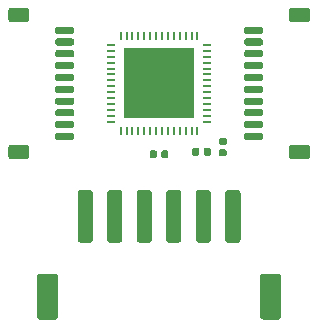
<source format=gbr>
G04 #@! TF.GenerationSoftware,KiCad,Pcbnew,5.1.5-52549c5~84~ubuntu18.04.1*
G04 #@! TF.CreationDate,2020-03-28T18:13:44-07:00*
G04 #@! TF.ProjectId,somos_wristband_2.0,736f6d6f-735f-4777-9269-737462616e64,rev?*
G04 #@! TF.SameCoordinates,Original*
G04 #@! TF.FileFunction,Paste,Top*
G04 #@! TF.FilePolarity,Positive*
%FSLAX46Y46*%
G04 Gerber Fmt 4.6, Leading zero omitted, Abs format (unit mm)*
G04 Created by KiCad (PCBNEW 5.1.5-52549c5~84~ubuntu18.04.1) date 2020-03-28 18:13:44*
%MOMM*%
%LPD*%
G04 APERTURE LIST*
%ADD10R,5.900000X5.900000*%
%ADD11R,0.800000X0.150000*%
%ADD12R,0.150000X0.800000*%
%ADD13C,0.100000*%
G04 APERTURE END LIST*
D10*
X150000000Y-109000000D03*
D11*
X154050000Y-105750000D03*
X154050000Y-106250000D03*
X154050000Y-106750000D03*
X154050000Y-107250000D03*
X154050000Y-107750000D03*
X154050000Y-108250000D03*
X154050000Y-108750000D03*
X154050000Y-109250000D03*
X154050000Y-109750000D03*
X154050000Y-110250000D03*
X154050000Y-110750000D03*
X154050000Y-111250000D03*
X154050000Y-111750000D03*
X154050000Y-112250000D03*
X145950000Y-112250000D03*
X145950000Y-111750000D03*
X145950000Y-111250000D03*
X145950000Y-110750000D03*
X145950000Y-110250000D03*
X145950000Y-109750000D03*
X145950000Y-109250000D03*
X145950000Y-108750000D03*
X145950000Y-108250000D03*
X145950000Y-107750000D03*
X145950000Y-107250000D03*
X145950000Y-106750000D03*
X145950000Y-106250000D03*
X145950000Y-105750000D03*
D12*
X153250000Y-113050000D03*
X152750000Y-113050000D03*
X152250000Y-113050000D03*
X151750000Y-113050000D03*
X151250000Y-113050000D03*
X150750000Y-113050000D03*
X150250000Y-113050000D03*
X149750000Y-113050000D03*
X149250000Y-113050000D03*
X148750000Y-113050000D03*
X148250000Y-113050000D03*
X147750000Y-113050000D03*
X147250000Y-113050000D03*
X146750000Y-113050000D03*
X146750000Y-104950000D03*
X147250000Y-104950000D03*
X147750000Y-104950000D03*
X148250000Y-104950000D03*
X148750000Y-104950000D03*
X149250000Y-104950000D03*
X149750000Y-104950000D03*
X150250000Y-104950000D03*
X150750000Y-104950000D03*
X151250000Y-104950000D03*
X151750000Y-104950000D03*
X152250000Y-104950000D03*
X152750000Y-104950000D03*
X153250000Y-104950000D03*
D13*
G36*
X138799505Y-114201204D02*
G01*
X138823773Y-114204804D01*
X138847572Y-114210765D01*
X138870671Y-114219030D01*
X138892850Y-114229520D01*
X138913893Y-114242132D01*
X138933599Y-114256747D01*
X138951777Y-114273223D01*
X138968253Y-114291401D01*
X138982868Y-114311107D01*
X138995480Y-114332150D01*
X139005970Y-114354329D01*
X139014235Y-114377428D01*
X139020196Y-114401227D01*
X139023796Y-114425495D01*
X139025000Y-114449999D01*
X139025000Y-115150001D01*
X139023796Y-115174505D01*
X139020196Y-115198773D01*
X139014235Y-115222572D01*
X139005970Y-115245671D01*
X138995480Y-115267850D01*
X138982868Y-115288893D01*
X138968253Y-115308599D01*
X138951777Y-115326777D01*
X138933599Y-115343253D01*
X138913893Y-115357868D01*
X138892850Y-115370480D01*
X138870671Y-115380970D01*
X138847572Y-115389235D01*
X138823773Y-115395196D01*
X138799505Y-115398796D01*
X138775001Y-115400000D01*
X137474999Y-115400000D01*
X137450495Y-115398796D01*
X137426227Y-115395196D01*
X137402428Y-115389235D01*
X137379329Y-115380970D01*
X137357150Y-115370480D01*
X137336107Y-115357868D01*
X137316401Y-115343253D01*
X137298223Y-115326777D01*
X137281747Y-115308599D01*
X137267132Y-115288893D01*
X137254520Y-115267850D01*
X137244030Y-115245671D01*
X137235765Y-115222572D01*
X137229804Y-115198773D01*
X137226204Y-115174505D01*
X137225000Y-115150001D01*
X137225000Y-114449999D01*
X137226204Y-114425495D01*
X137229804Y-114401227D01*
X137235765Y-114377428D01*
X137244030Y-114354329D01*
X137254520Y-114332150D01*
X137267132Y-114311107D01*
X137281747Y-114291401D01*
X137298223Y-114273223D01*
X137316401Y-114256747D01*
X137336107Y-114242132D01*
X137357150Y-114229520D01*
X137379329Y-114219030D01*
X137402428Y-114210765D01*
X137426227Y-114204804D01*
X137450495Y-114201204D01*
X137474999Y-114200000D01*
X138775001Y-114200000D01*
X138799505Y-114201204D01*
G37*
G36*
X138799505Y-102601204D02*
G01*
X138823773Y-102604804D01*
X138847572Y-102610765D01*
X138870671Y-102619030D01*
X138892850Y-102629520D01*
X138913893Y-102642132D01*
X138933599Y-102656747D01*
X138951777Y-102673223D01*
X138968253Y-102691401D01*
X138982868Y-102711107D01*
X138995480Y-102732150D01*
X139005970Y-102754329D01*
X139014235Y-102777428D01*
X139020196Y-102801227D01*
X139023796Y-102825495D01*
X139025000Y-102849999D01*
X139025000Y-103550001D01*
X139023796Y-103574505D01*
X139020196Y-103598773D01*
X139014235Y-103622572D01*
X139005970Y-103645671D01*
X138995480Y-103667850D01*
X138982868Y-103688893D01*
X138968253Y-103708599D01*
X138951777Y-103726777D01*
X138933599Y-103743253D01*
X138913893Y-103757868D01*
X138892850Y-103770480D01*
X138870671Y-103780970D01*
X138847572Y-103789235D01*
X138823773Y-103795196D01*
X138799505Y-103798796D01*
X138775001Y-103800000D01*
X137474999Y-103800000D01*
X137450495Y-103798796D01*
X137426227Y-103795196D01*
X137402428Y-103789235D01*
X137379329Y-103780970D01*
X137357150Y-103770480D01*
X137336107Y-103757868D01*
X137316401Y-103743253D01*
X137298223Y-103726777D01*
X137281747Y-103708599D01*
X137267132Y-103688893D01*
X137254520Y-103667850D01*
X137244030Y-103645671D01*
X137235765Y-103622572D01*
X137229804Y-103598773D01*
X137226204Y-103574505D01*
X137225000Y-103550001D01*
X137225000Y-102849999D01*
X137226204Y-102825495D01*
X137229804Y-102801227D01*
X137235765Y-102777428D01*
X137244030Y-102754329D01*
X137254520Y-102732150D01*
X137267132Y-102711107D01*
X137281747Y-102691401D01*
X137298223Y-102673223D01*
X137316401Y-102656747D01*
X137336107Y-102642132D01*
X137357150Y-102629520D01*
X137379329Y-102619030D01*
X137402428Y-102610765D01*
X137426227Y-102604804D01*
X137450495Y-102601204D01*
X137474999Y-102600000D01*
X138775001Y-102600000D01*
X138799505Y-102601204D01*
G37*
G36*
X142639703Y-113200722D02*
G01*
X142654264Y-113202882D01*
X142668543Y-113206459D01*
X142682403Y-113211418D01*
X142695710Y-113217712D01*
X142708336Y-113225280D01*
X142720159Y-113234048D01*
X142731066Y-113243934D01*
X142740952Y-113254841D01*
X142749720Y-113266664D01*
X142757288Y-113279290D01*
X142763582Y-113292597D01*
X142768541Y-113306457D01*
X142772118Y-113320736D01*
X142774278Y-113335297D01*
X142775000Y-113350000D01*
X142775000Y-113650000D01*
X142774278Y-113664703D01*
X142772118Y-113679264D01*
X142768541Y-113693543D01*
X142763582Y-113707403D01*
X142757288Y-113720710D01*
X142749720Y-113733336D01*
X142740952Y-113745159D01*
X142731066Y-113756066D01*
X142720159Y-113765952D01*
X142708336Y-113774720D01*
X142695710Y-113782288D01*
X142682403Y-113788582D01*
X142668543Y-113793541D01*
X142654264Y-113797118D01*
X142639703Y-113799278D01*
X142625000Y-113800000D01*
X141375000Y-113800000D01*
X141360297Y-113799278D01*
X141345736Y-113797118D01*
X141331457Y-113793541D01*
X141317597Y-113788582D01*
X141304290Y-113782288D01*
X141291664Y-113774720D01*
X141279841Y-113765952D01*
X141268934Y-113756066D01*
X141259048Y-113745159D01*
X141250280Y-113733336D01*
X141242712Y-113720710D01*
X141236418Y-113707403D01*
X141231459Y-113693543D01*
X141227882Y-113679264D01*
X141225722Y-113664703D01*
X141225000Y-113650000D01*
X141225000Y-113350000D01*
X141225722Y-113335297D01*
X141227882Y-113320736D01*
X141231459Y-113306457D01*
X141236418Y-113292597D01*
X141242712Y-113279290D01*
X141250280Y-113266664D01*
X141259048Y-113254841D01*
X141268934Y-113243934D01*
X141279841Y-113234048D01*
X141291664Y-113225280D01*
X141304290Y-113217712D01*
X141317597Y-113211418D01*
X141331457Y-113206459D01*
X141345736Y-113202882D01*
X141360297Y-113200722D01*
X141375000Y-113200000D01*
X142625000Y-113200000D01*
X142639703Y-113200722D01*
G37*
G36*
X142639703Y-112200722D02*
G01*
X142654264Y-112202882D01*
X142668543Y-112206459D01*
X142682403Y-112211418D01*
X142695710Y-112217712D01*
X142708336Y-112225280D01*
X142720159Y-112234048D01*
X142731066Y-112243934D01*
X142740952Y-112254841D01*
X142749720Y-112266664D01*
X142757288Y-112279290D01*
X142763582Y-112292597D01*
X142768541Y-112306457D01*
X142772118Y-112320736D01*
X142774278Y-112335297D01*
X142775000Y-112350000D01*
X142775000Y-112650000D01*
X142774278Y-112664703D01*
X142772118Y-112679264D01*
X142768541Y-112693543D01*
X142763582Y-112707403D01*
X142757288Y-112720710D01*
X142749720Y-112733336D01*
X142740952Y-112745159D01*
X142731066Y-112756066D01*
X142720159Y-112765952D01*
X142708336Y-112774720D01*
X142695710Y-112782288D01*
X142682403Y-112788582D01*
X142668543Y-112793541D01*
X142654264Y-112797118D01*
X142639703Y-112799278D01*
X142625000Y-112800000D01*
X141375000Y-112800000D01*
X141360297Y-112799278D01*
X141345736Y-112797118D01*
X141331457Y-112793541D01*
X141317597Y-112788582D01*
X141304290Y-112782288D01*
X141291664Y-112774720D01*
X141279841Y-112765952D01*
X141268934Y-112756066D01*
X141259048Y-112745159D01*
X141250280Y-112733336D01*
X141242712Y-112720710D01*
X141236418Y-112707403D01*
X141231459Y-112693543D01*
X141227882Y-112679264D01*
X141225722Y-112664703D01*
X141225000Y-112650000D01*
X141225000Y-112350000D01*
X141225722Y-112335297D01*
X141227882Y-112320736D01*
X141231459Y-112306457D01*
X141236418Y-112292597D01*
X141242712Y-112279290D01*
X141250280Y-112266664D01*
X141259048Y-112254841D01*
X141268934Y-112243934D01*
X141279841Y-112234048D01*
X141291664Y-112225280D01*
X141304290Y-112217712D01*
X141317597Y-112211418D01*
X141331457Y-112206459D01*
X141345736Y-112202882D01*
X141360297Y-112200722D01*
X141375000Y-112200000D01*
X142625000Y-112200000D01*
X142639703Y-112200722D01*
G37*
G36*
X142639703Y-111200722D02*
G01*
X142654264Y-111202882D01*
X142668543Y-111206459D01*
X142682403Y-111211418D01*
X142695710Y-111217712D01*
X142708336Y-111225280D01*
X142720159Y-111234048D01*
X142731066Y-111243934D01*
X142740952Y-111254841D01*
X142749720Y-111266664D01*
X142757288Y-111279290D01*
X142763582Y-111292597D01*
X142768541Y-111306457D01*
X142772118Y-111320736D01*
X142774278Y-111335297D01*
X142775000Y-111350000D01*
X142775000Y-111650000D01*
X142774278Y-111664703D01*
X142772118Y-111679264D01*
X142768541Y-111693543D01*
X142763582Y-111707403D01*
X142757288Y-111720710D01*
X142749720Y-111733336D01*
X142740952Y-111745159D01*
X142731066Y-111756066D01*
X142720159Y-111765952D01*
X142708336Y-111774720D01*
X142695710Y-111782288D01*
X142682403Y-111788582D01*
X142668543Y-111793541D01*
X142654264Y-111797118D01*
X142639703Y-111799278D01*
X142625000Y-111800000D01*
X141375000Y-111800000D01*
X141360297Y-111799278D01*
X141345736Y-111797118D01*
X141331457Y-111793541D01*
X141317597Y-111788582D01*
X141304290Y-111782288D01*
X141291664Y-111774720D01*
X141279841Y-111765952D01*
X141268934Y-111756066D01*
X141259048Y-111745159D01*
X141250280Y-111733336D01*
X141242712Y-111720710D01*
X141236418Y-111707403D01*
X141231459Y-111693543D01*
X141227882Y-111679264D01*
X141225722Y-111664703D01*
X141225000Y-111650000D01*
X141225000Y-111350000D01*
X141225722Y-111335297D01*
X141227882Y-111320736D01*
X141231459Y-111306457D01*
X141236418Y-111292597D01*
X141242712Y-111279290D01*
X141250280Y-111266664D01*
X141259048Y-111254841D01*
X141268934Y-111243934D01*
X141279841Y-111234048D01*
X141291664Y-111225280D01*
X141304290Y-111217712D01*
X141317597Y-111211418D01*
X141331457Y-111206459D01*
X141345736Y-111202882D01*
X141360297Y-111200722D01*
X141375000Y-111200000D01*
X142625000Y-111200000D01*
X142639703Y-111200722D01*
G37*
G36*
X142639703Y-110200722D02*
G01*
X142654264Y-110202882D01*
X142668543Y-110206459D01*
X142682403Y-110211418D01*
X142695710Y-110217712D01*
X142708336Y-110225280D01*
X142720159Y-110234048D01*
X142731066Y-110243934D01*
X142740952Y-110254841D01*
X142749720Y-110266664D01*
X142757288Y-110279290D01*
X142763582Y-110292597D01*
X142768541Y-110306457D01*
X142772118Y-110320736D01*
X142774278Y-110335297D01*
X142775000Y-110350000D01*
X142775000Y-110650000D01*
X142774278Y-110664703D01*
X142772118Y-110679264D01*
X142768541Y-110693543D01*
X142763582Y-110707403D01*
X142757288Y-110720710D01*
X142749720Y-110733336D01*
X142740952Y-110745159D01*
X142731066Y-110756066D01*
X142720159Y-110765952D01*
X142708336Y-110774720D01*
X142695710Y-110782288D01*
X142682403Y-110788582D01*
X142668543Y-110793541D01*
X142654264Y-110797118D01*
X142639703Y-110799278D01*
X142625000Y-110800000D01*
X141375000Y-110800000D01*
X141360297Y-110799278D01*
X141345736Y-110797118D01*
X141331457Y-110793541D01*
X141317597Y-110788582D01*
X141304290Y-110782288D01*
X141291664Y-110774720D01*
X141279841Y-110765952D01*
X141268934Y-110756066D01*
X141259048Y-110745159D01*
X141250280Y-110733336D01*
X141242712Y-110720710D01*
X141236418Y-110707403D01*
X141231459Y-110693543D01*
X141227882Y-110679264D01*
X141225722Y-110664703D01*
X141225000Y-110650000D01*
X141225000Y-110350000D01*
X141225722Y-110335297D01*
X141227882Y-110320736D01*
X141231459Y-110306457D01*
X141236418Y-110292597D01*
X141242712Y-110279290D01*
X141250280Y-110266664D01*
X141259048Y-110254841D01*
X141268934Y-110243934D01*
X141279841Y-110234048D01*
X141291664Y-110225280D01*
X141304290Y-110217712D01*
X141317597Y-110211418D01*
X141331457Y-110206459D01*
X141345736Y-110202882D01*
X141360297Y-110200722D01*
X141375000Y-110200000D01*
X142625000Y-110200000D01*
X142639703Y-110200722D01*
G37*
G36*
X142639703Y-109200722D02*
G01*
X142654264Y-109202882D01*
X142668543Y-109206459D01*
X142682403Y-109211418D01*
X142695710Y-109217712D01*
X142708336Y-109225280D01*
X142720159Y-109234048D01*
X142731066Y-109243934D01*
X142740952Y-109254841D01*
X142749720Y-109266664D01*
X142757288Y-109279290D01*
X142763582Y-109292597D01*
X142768541Y-109306457D01*
X142772118Y-109320736D01*
X142774278Y-109335297D01*
X142775000Y-109350000D01*
X142775000Y-109650000D01*
X142774278Y-109664703D01*
X142772118Y-109679264D01*
X142768541Y-109693543D01*
X142763582Y-109707403D01*
X142757288Y-109720710D01*
X142749720Y-109733336D01*
X142740952Y-109745159D01*
X142731066Y-109756066D01*
X142720159Y-109765952D01*
X142708336Y-109774720D01*
X142695710Y-109782288D01*
X142682403Y-109788582D01*
X142668543Y-109793541D01*
X142654264Y-109797118D01*
X142639703Y-109799278D01*
X142625000Y-109800000D01*
X141375000Y-109800000D01*
X141360297Y-109799278D01*
X141345736Y-109797118D01*
X141331457Y-109793541D01*
X141317597Y-109788582D01*
X141304290Y-109782288D01*
X141291664Y-109774720D01*
X141279841Y-109765952D01*
X141268934Y-109756066D01*
X141259048Y-109745159D01*
X141250280Y-109733336D01*
X141242712Y-109720710D01*
X141236418Y-109707403D01*
X141231459Y-109693543D01*
X141227882Y-109679264D01*
X141225722Y-109664703D01*
X141225000Y-109650000D01*
X141225000Y-109350000D01*
X141225722Y-109335297D01*
X141227882Y-109320736D01*
X141231459Y-109306457D01*
X141236418Y-109292597D01*
X141242712Y-109279290D01*
X141250280Y-109266664D01*
X141259048Y-109254841D01*
X141268934Y-109243934D01*
X141279841Y-109234048D01*
X141291664Y-109225280D01*
X141304290Y-109217712D01*
X141317597Y-109211418D01*
X141331457Y-109206459D01*
X141345736Y-109202882D01*
X141360297Y-109200722D01*
X141375000Y-109200000D01*
X142625000Y-109200000D01*
X142639703Y-109200722D01*
G37*
G36*
X142639703Y-108200722D02*
G01*
X142654264Y-108202882D01*
X142668543Y-108206459D01*
X142682403Y-108211418D01*
X142695710Y-108217712D01*
X142708336Y-108225280D01*
X142720159Y-108234048D01*
X142731066Y-108243934D01*
X142740952Y-108254841D01*
X142749720Y-108266664D01*
X142757288Y-108279290D01*
X142763582Y-108292597D01*
X142768541Y-108306457D01*
X142772118Y-108320736D01*
X142774278Y-108335297D01*
X142775000Y-108350000D01*
X142775000Y-108650000D01*
X142774278Y-108664703D01*
X142772118Y-108679264D01*
X142768541Y-108693543D01*
X142763582Y-108707403D01*
X142757288Y-108720710D01*
X142749720Y-108733336D01*
X142740952Y-108745159D01*
X142731066Y-108756066D01*
X142720159Y-108765952D01*
X142708336Y-108774720D01*
X142695710Y-108782288D01*
X142682403Y-108788582D01*
X142668543Y-108793541D01*
X142654264Y-108797118D01*
X142639703Y-108799278D01*
X142625000Y-108800000D01*
X141375000Y-108800000D01*
X141360297Y-108799278D01*
X141345736Y-108797118D01*
X141331457Y-108793541D01*
X141317597Y-108788582D01*
X141304290Y-108782288D01*
X141291664Y-108774720D01*
X141279841Y-108765952D01*
X141268934Y-108756066D01*
X141259048Y-108745159D01*
X141250280Y-108733336D01*
X141242712Y-108720710D01*
X141236418Y-108707403D01*
X141231459Y-108693543D01*
X141227882Y-108679264D01*
X141225722Y-108664703D01*
X141225000Y-108650000D01*
X141225000Y-108350000D01*
X141225722Y-108335297D01*
X141227882Y-108320736D01*
X141231459Y-108306457D01*
X141236418Y-108292597D01*
X141242712Y-108279290D01*
X141250280Y-108266664D01*
X141259048Y-108254841D01*
X141268934Y-108243934D01*
X141279841Y-108234048D01*
X141291664Y-108225280D01*
X141304290Y-108217712D01*
X141317597Y-108211418D01*
X141331457Y-108206459D01*
X141345736Y-108202882D01*
X141360297Y-108200722D01*
X141375000Y-108200000D01*
X142625000Y-108200000D01*
X142639703Y-108200722D01*
G37*
G36*
X142639703Y-107200722D02*
G01*
X142654264Y-107202882D01*
X142668543Y-107206459D01*
X142682403Y-107211418D01*
X142695710Y-107217712D01*
X142708336Y-107225280D01*
X142720159Y-107234048D01*
X142731066Y-107243934D01*
X142740952Y-107254841D01*
X142749720Y-107266664D01*
X142757288Y-107279290D01*
X142763582Y-107292597D01*
X142768541Y-107306457D01*
X142772118Y-107320736D01*
X142774278Y-107335297D01*
X142775000Y-107350000D01*
X142775000Y-107650000D01*
X142774278Y-107664703D01*
X142772118Y-107679264D01*
X142768541Y-107693543D01*
X142763582Y-107707403D01*
X142757288Y-107720710D01*
X142749720Y-107733336D01*
X142740952Y-107745159D01*
X142731066Y-107756066D01*
X142720159Y-107765952D01*
X142708336Y-107774720D01*
X142695710Y-107782288D01*
X142682403Y-107788582D01*
X142668543Y-107793541D01*
X142654264Y-107797118D01*
X142639703Y-107799278D01*
X142625000Y-107800000D01*
X141375000Y-107800000D01*
X141360297Y-107799278D01*
X141345736Y-107797118D01*
X141331457Y-107793541D01*
X141317597Y-107788582D01*
X141304290Y-107782288D01*
X141291664Y-107774720D01*
X141279841Y-107765952D01*
X141268934Y-107756066D01*
X141259048Y-107745159D01*
X141250280Y-107733336D01*
X141242712Y-107720710D01*
X141236418Y-107707403D01*
X141231459Y-107693543D01*
X141227882Y-107679264D01*
X141225722Y-107664703D01*
X141225000Y-107650000D01*
X141225000Y-107350000D01*
X141225722Y-107335297D01*
X141227882Y-107320736D01*
X141231459Y-107306457D01*
X141236418Y-107292597D01*
X141242712Y-107279290D01*
X141250280Y-107266664D01*
X141259048Y-107254841D01*
X141268934Y-107243934D01*
X141279841Y-107234048D01*
X141291664Y-107225280D01*
X141304290Y-107217712D01*
X141317597Y-107211418D01*
X141331457Y-107206459D01*
X141345736Y-107202882D01*
X141360297Y-107200722D01*
X141375000Y-107200000D01*
X142625000Y-107200000D01*
X142639703Y-107200722D01*
G37*
G36*
X142639703Y-106200722D02*
G01*
X142654264Y-106202882D01*
X142668543Y-106206459D01*
X142682403Y-106211418D01*
X142695710Y-106217712D01*
X142708336Y-106225280D01*
X142720159Y-106234048D01*
X142731066Y-106243934D01*
X142740952Y-106254841D01*
X142749720Y-106266664D01*
X142757288Y-106279290D01*
X142763582Y-106292597D01*
X142768541Y-106306457D01*
X142772118Y-106320736D01*
X142774278Y-106335297D01*
X142775000Y-106350000D01*
X142775000Y-106650000D01*
X142774278Y-106664703D01*
X142772118Y-106679264D01*
X142768541Y-106693543D01*
X142763582Y-106707403D01*
X142757288Y-106720710D01*
X142749720Y-106733336D01*
X142740952Y-106745159D01*
X142731066Y-106756066D01*
X142720159Y-106765952D01*
X142708336Y-106774720D01*
X142695710Y-106782288D01*
X142682403Y-106788582D01*
X142668543Y-106793541D01*
X142654264Y-106797118D01*
X142639703Y-106799278D01*
X142625000Y-106800000D01*
X141375000Y-106800000D01*
X141360297Y-106799278D01*
X141345736Y-106797118D01*
X141331457Y-106793541D01*
X141317597Y-106788582D01*
X141304290Y-106782288D01*
X141291664Y-106774720D01*
X141279841Y-106765952D01*
X141268934Y-106756066D01*
X141259048Y-106745159D01*
X141250280Y-106733336D01*
X141242712Y-106720710D01*
X141236418Y-106707403D01*
X141231459Y-106693543D01*
X141227882Y-106679264D01*
X141225722Y-106664703D01*
X141225000Y-106650000D01*
X141225000Y-106350000D01*
X141225722Y-106335297D01*
X141227882Y-106320736D01*
X141231459Y-106306457D01*
X141236418Y-106292597D01*
X141242712Y-106279290D01*
X141250280Y-106266664D01*
X141259048Y-106254841D01*
X141268934Y-106243934D01*
X141279841Y-106234048D01*
X141291664Y-106225280D01*
X141304290Y-106217712D01*
X141317597Y-106211418D01*
X141331457Y-106206459D01*
X141345736Y-106202882D01*
X141360297Y-106200722D01*
X141375000Y-106200000D01*
X142625000Y-106200000D01*
X142639703Y-106200722D01*
G37*
G36*
X142639703Y-105200722D02*
G01*
X142654264Y-105202882D01*
X142668543Y-105206459D01*
X142682403Y-105211418D01*
X142695710Y-105217712D01*
X142708336Y-105225280D01*
X142720159Y-105234048D01*
X142731066Y-105243934D01*
X142740952Y-105254841D01*
X142749720Y-105266664D01*
X142757288Y-105279290D01*
X142763582Y-105292597D01*
X142768541Y-105306457D01*
X142772118Y-105320736D01*
X142774278Y-105335297D01*
X142775000Y-105350000D01*
X142775000Y-105650000D01*
X142774278Y-105664703D01*
X142772118Y-105679264D01*
X142768541Y-105693543D01*
X142763582Y-105707403D01*
X142757288Y-105720710D01*
X142749720Y-105733336D01*
X142740952Y-105745159D01*
X142731066Y-105756066D01*
X142720159Y-105765952D01*
X142708336Y-105774720D01*
X142695710Y-105782288D01*
X142682403Y-105788582D01*
X142668543Y-105793541D01*
X142654264Y-105797118D01*
X142639703Y-105799278D01*
X142625000Y-105800000D01*
X141375000Y-105800000D01*
X141360297Y-105799278D01*
X141345736Y-105797118D01*
X141331457Y-105793541D01*
X141317597Y-105788582D01*
X141304290Y-105782288D01*
X141291664Y-105774720D01*
X141279841Y-105765952D01*
X141268934Y-105756066D01*
X141259048Y-105745159D01*
X141250280Y-105733336D01*
X141242712Y-105720710D01*
X141236418Y-105707403D01*
X141231459Y-105693543D01*
X141227882Y-105679264D01*
X141225722Y-105664703D01*
X141225000Y-105650000D01*
X141225000Y-105350000D01*
X141225722Y-105335297D01*
X141227882Y-105320736D01*
X141231459Y-105306457D01*
X141236418Y-105292597D01*
X141242712Y-105279290D01*
X141250280Y-105266664D01*
X141259048Y-105254841D01*
X141268934Y-105243934D01*
X141279841Y-105234048D01*
X141291664Y-105225280D01*
X141304290Y-105217712D01*
X141317597Y-105211418D01*
X141331457Y-105206459D01*
X141345736Y-105202882D01*
X141360297Y-105200722D01*
X141375000Y-105200000D01*
X142625000Y-105200000D01*
X142639703Y-105200722D01*
G37*
G36*
X142639703Y-104200722D02*
G01*
X142654264Y-104202882D01*
X142668543Y-104206459D01*
X142682403Y-104211418D01*
X142695710Y-104217712D01*
X142708336Y-104225280D01*
X142720159Y-104234048D01*
X142731066Y-104243934D01*
X142740952Y-104254841D01*
X142749720Y-104266664D01*
X142757288Y-104279290D01*
X142763582Y-104292597D01*
X142768541Y-104306457D01*
X142772118Y-104320736D01*
X142774278Y-104335297D01*
X142775000Y-104350000D01*
X142775000Y-104650000D01*
X142774278Y-104664703D01*
X142772118Y-104679264D01*
X142768541Y-104693543D01*
X142763582Y-104707403D01*
X142757288Y-104720710D01*
X142749720Y-104733336D01*
X142740952Y-104745159D01*
X142731066Y-104756066D01*
X142720159Y-104765952D01*
X142708336Y-104774720D01*
X142695710Y-104782288D01*
X142682403Y-104788582D01*
X142668543Y-104793541D01*
X142654264Y-104797118D01*
X142639703Y-104799278D01*
X142625000Y-104800000D01*
X141375000Y-104800000D01*
X141360297Y-104799278D01*
X141345736Y-104797118D01*
X141331457Y-104793541D01*
X141317597Y-104788582D01*
X141304290Y-104782288D01*
X141291664Y-104774720D01*
X141279841Y-104765952D01*
X141268934Y-104756066D01*
X141259048Y-104745159D01*
X141250280Y-104733336D01*
X141242712Y-104720710D01*
X141236418Y-104707403D01*
X141231459Y-104693543D01*
X141227882Y-104679264D01*
X141225722Y-104664703D01*
X141225000Y-104650000D01*
X141225000Y-104350000D01*
X141225722Y-104335297D01*
X141227882Y-104320736D01*
X141231459Y-104306457D01*
X141236418Y-104292597D01*
X141242712Y-104279290D01*
X141250280Y-104266664D01*
X141259048Y-104254841D01*
X141268934Y-104243934D01*
X141279841Y-104234048D01*
X141291664Y-104225280D01*
X141304290Y-104217712D01*
X141317597Y-104211418D01*
X141331457Y-104206459D01*
X141345736Y-104202882D01*
X141360297Y-104200722D01*
X141375000Y-104200000D01*
X142625000Y-104200000D01*
X142639703Y-104200722D01*
G37*
G36*
X162549505Y-102601204D02*
G01*
X162573773Y-102604804D01*
X162597572Y-102610765D01*
X162620671Y-102619030D01*
X162642850Y-102629520D01*
X162663893Y-102642132D01*
X162683599Y-102656747D01*
X162701777Y-102673223D01*
X162718253Y-102691401D01*
X162732868Y-102711107D01*
X162745480Y-102732150D01*
X162755970Y-102754329D01*
X162764235Y-102777428D01*
X162770196Y-102801227D01*
X162773796Y-102825495D01*
X162775000Y-102849999D01*
X162775000Y-103550001D01*
X162773796Y-103574505D01*
X162770196Y-103598773D01*
X162764235Y-103622572D01*
X162755970Y-103645671D01*
X162745480Y-103667850D01*
X162732868Y-103688893D01*
X162718253Y-103708599D01*
X162701777Y-103726777D01*
X162683599Y-103743253D01*
X162663893Y-103757868D01*
X162642850Y-103770480D01*
X162620671Y-103780970D01*
X162597572Y-103789235D01*
X162573773Y-103795196D01*
X162549505Y-103798796D01*
X162525001Y-103800000D01*
X161224999Y-103800000D01*
X161200495Y-103798796D01*
X161176227Y-103795196D01*
X161152428Y-103789235D01*
X161129329Y-103780970D01*
X161107150Y-103770480D01*
X161086107Y-103757868D01*
X161066401Y-103743253D01*
X161048223Y-103726777D01*
X161031747Y-103708599D01*
X161017132Y-103688893D01*
X161004520Y-103667850D01*
X160994030Y-103645671D01*
X160985765Y-103622572D01*
X160979804Y-103598773D01*
X160976204Y-103574505D01*
X160975000Y-103550001D01*
X160975000Y-102849999D01*
X160976204Y-102825495D01*
X160979804Y-102801227D01*
X160985765Y-102777428D01*
X160994030Y-102754329D01*
X161004520Y-102732150D01*
X161017132Y-102711107D01*
X161031747Y-102691401D01*
X161048223Y-102673223D01*
X161066401Y-102656747D01*
X161086107Y-102642132D01*
X161107150Y-102629520D01*
X161129329Y-102619030D01*
X161152428Y-102610765D01*
X161176227Y-102604804D01*
X161200495Y-102601204D01*
X161224999Y-102600000D01*
X162525001Y-102600000D01*
X162549505Y-102601204D01*
G37*
G36*
X162549505Y-114201204D02*
G01*
X162573773Y-114204804D01*
X162597572Y-114210765D01*
X162620671Y-114219030D01*
X162642850Y-114229520D01*
X162663893Y-114242132D01*
X162683599Y-114256747D01*
X162701777Y-114273223D01*
X162718253Y-114291401D01*
X162732868Y-114311107D01*
X162745480Y-114332150D01*
X162755970Y-114354329D01*
X162764235Y-114377428D01*
X162770196Y-114401227D01*
X162773796Y-114425495D01*
X162775000Y-114449999D01*
X162775000Y-115150001D01*
X162773796Y-115174505D01*
X162770196Y-115198773D01*
X162764235Y-115222572D01*
X162755970Y-115245671D01*
X162745480Y-115267850D01*
X162732868Y-115288893D01*
X162718253Y-115308599D01*
X162701777Y-115326777D01*
X162683599Y-115343253D01*
X162663893Y-115357868D01*
X162642850Y-115370480D01*
X162620671Y-115380970D01*
X162597572Y-115389235D01*
X162573773Y-115395196D01*
X162549505Y-115398796D01*
X162525001Y-115400000D01*
X161224999Y-115400000D01*
X161200495Y-115398796D01*
X161176227Y-115395196D01*
X161152428Y-115389235D01*
X161129329Y-115380970D01*
X161107150Y-115370480D01*
X161086107Y-115357868D01*
X161066401Y-115343253D01*
X161048223Y-115326777D01*
X161031747Y-115308599D01*
X161017132Y-115288893D01*
X161004520Y-115267850D01*
X160994030Y-115245671D01*
X160985765Y-115222572D01*
X160979804Y-115198773D01*
X160976204Y-115174505D01*
X160975000Y-115150001D01*
X160975000Y-114449999D01*
X160976204Y-114425495D01*
X160979804Y-114401227D01*
X160985765Y-114377428D01*
X160994030Y-114354329D01*
X161004520Y-114332150D01*
X161017132Y-114311107D01*
X161031747Y-114291401D01*
X161048223Y-114273223D01*
X161066401Y-114256747D01*
X161086107Y-114242132D01*
X161107150Y-114229520D01*
X161129329Y-114219030D01*
X161152428Y-114210765D01*
X161176227Y-114204804D01*
X161200495Y-114201204D01*
X161224999Y-114200000D01*
X162525001Y-114200000D01*
X162549505Y-114201204D01*
G37*
G36*
X158639703Y-104200722D02*
G01*
X158654264Y-104202882D01*
X158668543Y-104206459D01*
X158682403Y-104211418D01*
X158695710Y-104217712D01*
X158708336Y-104225280D01*
X158720159Y-104234048D01*
X158731066Y-104243934D01*
X158740952Y-104254841D01*
X158749720Y-104266664D01*
X158757288Y-104279290D01*
X158763582Y-104292597D01*
X158768541Y-104306457D01*
X158772118Y-104320736D01*
X158774278Y-104335297D01*
X158775000Y-104350000D01*
X158775000Y-104650000D01*
X158774278Y-104664703D01*
X158772118Y-104679264D01*
X158768541Y-104693543D01*
X158763582Y-104707403D01*
X158757288Y-104720710D01*
X158749720Y-104733336D01*
X158740952Y-104745159D01*
X158731066Y-104756066D01*
X158720159Y-104765952D01*
X158708336Y-104774720D01*
X158695710Y-104782288D01*
X158682403Y-104788582D01*
X158668543Y-104793541D01*
X158654264Y-104797118D01*
X158639703Y-104799278D01*
X158625000Y-104800000D01*
X157375000Y-104800000D01*
X157360297Y-104799278D01*
X157345736Y-104797118D01*
X157331457Y-104793541D01*
X157317597Y-104788582D01*
X157304290Y-104782288D01*
X157291664Y-104774720D01*
X157279841Y-104765952D01*
X157268934Y-104756066D01*
X157259048Y-104745159D01*
X157250280Y-104733336D01*
X157242712Y-104720710D01*
X157236418Y-104707403D01*
X157231459Y-104693543D01*
X157227882Y-104679264D01*
X157225722Y-104664703D01*
X157225000Y-104650000D01*
X157225000Y-104350000D01*
X157225722Y-104335297D01*
X157227882Y-104320736D01*
X157231459Y-104306457D01*
X157236418Y-104292597D01*
X157242712Y-104279290D01*
X157250280Y-104266664D01*
X157259048Y-104254841D01*
X157268934Y-104243934D01*
X157279841Y-104234048D01*
X157291664Y-104225280D01*
X157304290Y-104217712D01*
X157317597Y-104211418D01*
X157331457Y-104206459D01*
X157345736Y-104202882D01*
X157360297Y-104200722D01*
X157375000Y-104200000D01*
X158625000Y-104200000D01*
X158639703Y-104200722D01*
G37*
G36*
X158639703Y-105200722D02*
G01*
X158654264Y-105202882D01*
X158668543Y-105206459D01*
X158682403Y-105211418D01*
X158695710Y-105217712D01*
X158708336Y-105225280D01*
X158720159Y-105234048D01*
X158731066Y-105243934D01*
X158740952Y-105254841D01*
X158749720Y-105266664D01*
X158757288Y-105279290D01*
X158763582Y-105292597D01*
X158768541Y-105306457D01*
X158772118Y-105320736D01*
X158774278Y-105335297D01*
X158775000Y-105350000D01*
X158775000Y-105650000D01*
X158774278Y-105664703D01*
X158772118Y-105679264D01*
X158768541Y-105693543D01*
X158763582Y-105707403D01*
X158757288Y-105720710D01*
X158749720Y-105733336D01*
X158740952Y-105745159D01*
X158731066Y-105756066D01*
X158720159Y-105765952D01*
X158708336Y-105774720D01*
X158695710Y-105782288D01*
X158682403Y-105788582D01*
X158668543Y-105793541D01*
X158654264Y-105797118D01*
X158639703Y-105799278D01*
X158625000Y-105800000D01*
X157375000Y-105800000D01*
X157360297Y-105799278D01*
X157345736Y-105797118D01*
X157331457Y-105793541D01*
X157317597Y-105788582D01*
X157304290Y-105782288D01*
X157291664Y-105774720D01*
X157279841Y-105765952D01*
X157268934Y-105756066D01*
X157259048Y-105745159D01*
X157250280Y-105733336D01*
X157242712Y-105720710D01*
X157236418Y-105707403D01*
X157231459Y-105693543D01*
X157227882Y-105679264D01*
X157225722Y-105664703D01*
X157225000Y-105650000D01*
X157225000Y-105350000D01*
X157225722Y-105335297D01*
X157227882Y-105320736D01*
X157231459Y-105306457D01*
X157236418Y-105292597D01*
X157242712Y-105279290D01*
X157250280Y-105266664D01*
X157259048Y-105254841D01*
X157268934Y-105243934D01*
X157279841Y-105234048D01*
X157291664Y-105225280D01*
X157304290Y-105217712D01*
X157317597Y-105211418D01*
X157331457Y-105206459D01*
X157345736Y-105202882D01*
X157360297Y-105200722D01*
X157375000Y-105200000D01*
X158625000Y-105200000D01*
X158639703Y-105200722D01*
G37*
G36*
X158639703Y-106200722D02*
G01*
X158654264Y-106202882D01*
X158668543Y-106206459D01*
X158682403Y-106211418D01*
X158695710Y-106217712D01*
X158708336Y-106225280D01*
X158720159Y-106234048D01*
X158731066Y-106243934D01*
X158740952Y-106254841D01*
X158749720Y-106266664D01*
X158757288Y-106279290D01*
X158763582Y-106292597D01*
X158768541Y-106306457D01*
X158772118Y-106320736D01*
X158774278Y-106335297D01*
X158775000Y-106350000D01*
X158775000Y-106650000D01*
X158774278Y-106664703D01*
X158772118Y-106679264D01*
X158768541Y-106693543D01*
X158763582Y-106707403D01*
X158757288Y-106720710D01*
X158749720Y-106733336D01*
X158740952Y-106745159D01*
X158731066Y-106756066D01*
X158720159Y-106765952D01*
X158708336Y-106774720D01*
X158695710Y-106782288D01*
X158682403Y-106788582D01*
X158668543Y-106793541D01*
X158654264Y-106797118D01*
X158639703Y-106799278D01*
X158625000Y-106800000D01*
X157375000Y-106800000D01*
X157360297Y-106799278D01*
X157345736Y-106797118D01*
X157331457Y-106793541D01*
X157317597Y-106788582D01*
X157304290Y-106782288D01*
X157291664Y-106774720D01*
X157279841Y-106765952D01*
X157268934Y-106756066D01*
X157259048Y-106745159D01*
X157250280Y-106733336D01*
X157242712Y-106720710D01*
X157236418Y-106707403D01*
X157231459Y-106693543D01*
X157227882Y-106679264D01*
X157225722Y-106664703D01*
X157225000Y-106650000D01*
X157225000Y-106350000D01*
X157225722Y-106335297D01*
X157227882Y-106320736D01*
X157231459Y-106306457D01*
X157236418Y-106292597D01*
X157242712Y-106279290D01*
X157250280Y-106266664D01*
X157259048Y-106254841D01*
X157268934Y-106243934D01*
X157279841Y-106234048D01*
X157291664Y-106225280D01*
X157304290Y-106217712D01*
X157317597Y-106211418D01*
X157331457Y-106206459D01*
X157345736Y-106202882D01*
X157360297Y-106200722D01*
X157375000Y-106200000D01*
X158625000Y-106200000D01*
X158639703Y-106200722D01*
G37*
G36*
X158639703Y-107200722D02*
G01*
X158654264Y-107202882D01*
X158668543Y-107206459D01*
X158682403Y-107211418D01*
X158695710Y-107217712D01*
X158708336Y-107225280D01*
X158720159Y-107234048D01*
X158731066Y-107243934D01*
X158740952Y-107254841D01*
X158749720Y-107266664D01*
X158757288Y-107279290D01*
X158763582Y-107292597D01*
X158768541Y-107306457D01*
X158772118Y-107320736D01*
X158774278Y-107335297D01*
X158775000Y-107350000D01*
X158775000Y-107650000D01*
X158774278Y-107664703D01*
X158772118Y-107679264D01*
X158768541Y-107693543D01*
X158763582Y-107707403D01*
X158757288Y-107720710D01*
X158749720Y-107733336D01*
X158740952Y-107745159D01*
X158731066Y-107756066D01*
X158720159Y-107765952D01*
X158708336Y-107774720D01*
X158695710Y-107782288D01*
X158682403Y-107788582D01*
X158668543Y-107793541D01*
X158654264Y-107797118D01*
X158639703Y-107799278D01*
X158625000Y-107800000D01*
X157375000Y-107800000D01*
X157360297Y-107799278D01*
X157345736Y-107797118D01*
X157331457Y-107793541D01*
X157317597Y-107788582D01*
X157304290Y-107782288D01*
X157291664Y-107774720D01*
X157279841Y-107765952D01*
X157268934Y-107756066D01*
X157259048Y-107745159D01*
X157250280Y-107733336D01*
X157242712Y-107720710D01*
X157236418Y-107707403D01*
X157231459Y-107693543D01*
X157227882Y-107679264D01*
X157225722Y-107664703D01*
X157225000Y-107650000D01*
X157225000Y-107350000D01*
X157225722Y-107335297D01*
X157227882Y-107320736D01*
X157231459Y-107306457D01*
X157236418Y-107292597D01*
X157242712Y-107279290D01*
X157250280Y-107266664D01*
X157259048Y-107254841D01*
X157268934Y-107243934D01*
X157279841Y-107234048D01*
X157291664Y-107225280D01*
X157304290Y-107217712D01*
X157317597Y-107211418D01*
X157331457Y-107206459D01*
X157345736Y-107202882D01*
X157360297Y-107200722D01*
X157375000Y-107200000D01*
X158625000Y-107200000D01*
X158639703Y-107200722D01*
G37*
G36*
X158639703Y-108200722D02*
G01*
X158654264Y-108202882D01*
X158668543Y-108206459D01*
X158682403Y-108211418D01*
X158695710Y-108217712D01*
X158708336Y-108225280D01*
X158720159Y-108234048D01*
X158731066Y-108243934D01*
X158740952Y-108254841D01*
X158749720Y-108266664D01*
X158757288Y-108279290D01*
X158763582Y-108292597D01*
X158768541Y-108306457D01*
X158772118Y-108320736D01*
X158774278Y-108335297D01*
X158775000Y-108350000D01*
X158775000Y-108650000D01*
X158774278Y-108664703D01*
X158772118Y-108679264D01*
X158768541Y-108693543D01*
X158763582Y-108707403D01*
X158757288Y-108720710D01*
X158749720Y-108733336D01*
X158740952Y-108745159D01*
X158731066Y-108756066D01*
X158720159Y-108765952D01*
X158708336Y-108774720D01*
X158695710Y-108782288D01*
X158682403Y-108788582D01*
X158668543Y-108793541D01*
X158654264Y-108797118D01*
X158639703Y-108799278D01*
X158625000Y-108800000D01*
X157375000Y-108800000D01*
X157360297Y-108799278D01*
X157345736Y-108797118D01*
X157331457Y-108793541D01*
X157317597Y-108788582D01*
X157304290Y-108782288D01*
X157291664Y-108774720D01*
X157279841Y-108765952D01*
X157268934Y-108756066D01*
X157259048Y-108745159D01*
X157250280Y-108733336D01*
X157242712Y-108720710D01*
X157236418Y-108707403D01*
X157231459Y-108693543D01*
X157227882Y-108679264D01*
X157225722Y-108664703D01*
X157225000Y-108650000D01*
X157225000Y-108350000D01*
X157225722Y-108335297D01*
X157227882Y-108320736D01*
X157231459Y-108306457D01*
X157236418Y-108292597D01*
X157242712Y-108279290D01*
X157250280Y-108266664D01*
X157259048Y-108254841D01*
X157268934Y-108243934D01*
X157279841Y-108234048D01*
X157291664Y-108225280D01*
X157304290Y-108217712D01*
X157317597Y-108211418D01*
X157331457Y-108206459D01*
X157345736Y-108202882D01*
X157360297Y-108200722D01*
X157375000Y-108200000D01*
X158625000Y-108200000D01*
X158639703Y-108200722D01*
G37*
G36*
X158639703Y-109200722D02*
G01*
X158654264Y-109202882D01*
X158668543Y-109206459D01*
X158682403Y-109211418D01*
X158695710Y-109217712D01*
X158708336Y-109225280D01*
X158720159Y-109234048D01*
X158731066Y-109243934D01*
X158740952Y-109254841D01*
X158749720Y-109266664D01*
X158757288Y-109279290D01*
X158763582Y-109292597D01*
X158768541Y-109306457D01*
X158772118Y-109320736D01*
X158774278Y-109335297D01*
X158775000Y-109350000D01*
X158775000Y-109650000D01*
X158774278Y-109664703D01*
X158772118Y-109679264D01*
X158768541Y-109693543D01*
X158763582Y-109707403D01*
X158757288Y-109720710D01*
X158749720Y-109733336D01*
X158740952Y-109745159D01*
X158731066Y-109756066D01*
X158720159Y-109765952D01*
X158708336Y-109774720D01*
X158695710Y-109782288D01*
X158682403Y-109788582D01*
X158668543Y-109793541D01*
X158654264Y-109797118D01*
X158639703Y-109799278D01*
X158625000Y-109800000D01*
X157375000Y-109800000D01*
X157360297Y-109799278D01*
X157345736Y-109797118D01*
X157331457Y-109793541D01*
X157317597Y-109788582D01*
X157304290Y-109782288D01*
X157291664Y-109774720D01*
X157279841Y-109765952D01*
X157268934Y-109756066D01*
X157259048Y-109745159D01*
X157250280Y-109733336D01*
X157242712Y-109720710D01*
X157236418Y-109707403D01*
X157231459Y-109693543D01*
X157227882Y-109679264D01*
X157225722Y-109664703D01*
X157225000Y-109650000D01*
X157225000Y-109350000D01*
X157225722Y-109335297D01*
X157227882Y-109320736D01*
X157231459Y-109306457D01*
X157236418Y-109292597D01*
X157242712Y-109279290D01*
X157250280Y-109266664D01*
X157259048Y-109254841D01*
X157268934Y-109243934D01*
X157279841Y-109234048D01*
X157291664Y-109225280D01*
X157304290Y-109217712D01*
X157317597Y-109211418D01*
X157331457Y-109206459D01*
X157345736Y-109202882D01*
X157360297Y-109200722D01*
X157375000Y-109200000D01*
X158625000Y-109200000D01*
X158639703Y-109200722D01*
G37*
G36*
X158639703Y-110200722D02*
G01*
X158654264Y-110202882D01*
X158668543Y-110206459D01*
X158682403Y-110211418D01*
X158695710Y-110217712D01*
X158708336Y-110225280D01*
X158720159Y-110234048D01*
X158731066Y-110243934D01*
X158740952Y-110254841D01*
X158749720Y-110266664D01*
X158757288Y-110279290D01*
X158763582Y-110292597D01*
X158768541Y-110306457D01*
X158772118Y-110320736D01*
X158774278Y-110335297D01*
X158775000Y-110350000D01*
X158775000Y-110650000D01*
X158774278Y-110664703D01*
X158772118Y-110679264D01*
X158768541Y-110693543D01*
X158763582Y-110707403D01*
X158757288Y-110720710D01*
X158749720Y-110733336D01*
X158740952Y-110745159D01*
X158731066Y-110756066D01*
X158720159Y-110765952D01*
X158708336Y-110774720D01*
X158695710Y-110782288D01*
X158682403Y-110788582D01*
X158668543Y-110793541D01*
X158654264Y-110797118D01*
X158639703Y-110799278D01*
X158625000Y-110800000D01*
X157375000Y-110800000D01*
X157360297Y-110799278D01*
X157345736Y-110797118D01*
X157331457Y-110793541D01*
X157317597Y-110788582D01*
X157304290Y-110782288D01*
X157291664Y-110774720D01*
X157279841Y-110765952D01*
X157268934Y-110756066D01*
X157259048Y-110745159D01*
X157250280Y-110733336D01*
X157242712Y-110720710D01*
X157236418Y-110707403D01*
X157231459Y-110693543D01*
X157227882Y-110679264D01*
X157225722Y-110664703D01*
X157225000Y-110650000D01*
X157225000Y-110350000D01*
X157225722Y-110335297D01*
X157227882Y-110320736D01*
X157231459Y-110306457D01*
X157236418Y-110292597D01*
X157242712Y-110279290D01*
X157250280Y-110266664D01*
X157259048Y-110254841D01*
X157268934Y-110243934D01*
X157279841Y-110234048D01*
X157291664Y-110225280D01*
X157304290Y-110217712D01*
X157317597Y-110211418D01*
X157331457Y-110206459D01*
X157345736Y-110202882D01*
X157360297Y-110200722D01*
X157375000Y-110200000D01*
X158625000Y-110200000D01*
X158639703Y-110200722D01*
G37*
G36*
X158639703Y-111200722D02*
G01*
X158654264Y-111202882D01*
X158668543Y-111206459D01*
X158682403Y-111211418D01*
X158695710Y-111217712D01*
X158708336Y-111225280D01*
X158720159Y-111234048D01*
X158731066Y-111243934D01*
X158740952Y-111254841D01*
X158749720Y-111266664D01*
X158757288Y-111279290D01*
X158763582Y-111292597D01*
X158768541Y-111306457D01*
X158772118Y-111320736D01*
X158774278Y-111335297D01*
X158775000Y-111350000D01*
X158775000Y-111650000D01*
X158774278Y-111664703D01*
X158772118Y-111679264D01*
X158768541Y-111693543D01*
X158763582Y-111707403D01*
X158757288Y-111720710D01*
X158749720Y-111733336D01*
X158740952Y-111745159D01*
X158731066Y-111756066D01*
X158720159Y-111765952D01*
X158708336Y-111774720D01*
X158695710Y-111782288D01*
X158682403Y-111788582D01*
X158668543Y-111793541D01*
X158654264Y-111797118D01*
X158639703Y-111799278D01*
X158625000Y-111800000D01*
X157375000Y-111800000D01*
X157360297Y-111799278D01*
X157345736Y-111797118D01*
X157331457Y-111793541D01*
X157317597Y-111788582D01*
X157304290Y-111782288D01*
X157291664Y-111774720D01*
X157279841Y-111765952D01*
X157268934Y-111756066D01*
X157259048Y-111745159D01*
X157250280Y-111733336D01*
X157242712Y-111720710D01*
X157236418Y-111707403D01*
X157231459Y-111693543D01*
X157227882Y-111679264D01*
X157225722Y-111664703D01*
X157225000Y-111650000D01*
X157225000Y-111350000D01*
X157225722Y-111335297D01*
X157227882Y-111320736D01*
X157231459Y-111306457D01*
X157236418Y-111292597D01*
X157242712Y-111279290D01*
X157250280Y-111266664D01*
X157259048Y-111254841D01*
X157268934Y-111243934D01*
X157279841Y-111234048D01*
X157291664Y-111225280D01*
X157304290Y-111217712D01*
X157317597Y-111211418D01*
X157331457Y-111206459D01*
X157345736Y-111202882D01*
X157360297Y-111200722D01*
X157375000Y-111200000D01*
X158625000Y-111200000D01*
X158639703Y-111200722D01*
G37*
G36*
X158639703Y-112200722D02*
G01*
X158654264Y-112202882D01*
X158668543Y-112206459D01*
X158682403Y-112211418D01*
X158695710Y-112217712D01*
X158708336Y-112225280D01*
X158720159Y-112234048D01*
X158731066Y-112243934D01*
X158740952Y-112254841D01*
X158749720Y-112266664D01*
X158757288Y-112279290D01*
X158763582Y-112292597D01*
X158768541Y-112306457D01*
X158772118Y-112320736D01*
X158774278Y-112335297D01*
X158775000Y-112350000D01*
X158775000Y-112650000D01*
X158774278Y-112664703D01*
X158772118Y-112679264D01*
X158768541Y-112693543D01*
X158763582Y-112707403D01*
X158757288Y-112720710D01*
X158749720Y-112733336D01*
X158740952Y-112745159D01*
X158731066Y-112756066D01*
X158720159Y-112765952D01*
X158708336Y-112774720D01*
X158695710Y-112782288D01*
X158682403Y-112788582D01*
X158668543Y-112793541D01*
X158654264Y-112797118D01*
X158639703Y-112799278D01*
X158625000Y-112800000D01*
X157375000Y-112800000D01*
X157360297Y-112799278D01*
X157345736Y-112797118D01*
X157331457Y-112793541D01*
X157317597Y-112788582D01*
X157304290Y-112782288D01*
X157291664Y-112774720D01*
X157279841Y-112765952D01*
X157268934Y-112756066D01*
X157259048Y-112745159D01*
X157250280Y-112733336D01*
X157242712Y-112720710D01*
X157236418Y-112707403D01*
X157231459Y-112693543D01*
X157227882Y-112679264D01*
X157225722Y-112664703D01*
X157225000Y-112650000D01*
X157225000Y-112350000D01*
X157225722Y-112335297D01*
X157227882Y-112320736D01*
X157231459Y-112306457D01*
X157236418Y-112292597D01*
X157242712Y-112279290D01*
X157250280Y-112266664D01*
X157259048Y-112254841D01*
X157268934Y-112243934D01*
X157279841Y-112234048D01*
X157291664Y-112225280D01*
X157304290Y-112217712D01*
X157317597Y-112211418D01*
X157331457Y-112206459D01*
X157345736Y-112202882D01*
X157360297Y-112200722D01*
X157375000Y-112200000D01*
X158625000Y-112200000D01*
X158639703Y-112200722D01*
G37*
G36*
X158639703Y-113200722D02*
G01*
X158654264Y-113202882D01*
X158668543Y-113206459D01*
X158682403Y-113211418D01*
X158695710Y-113217712D01*
X158708336Y-113225280D01*
X158720159Y-113234048D01*
X158731066Y-113243934D01*
X158740952Y-113254841D01*
X158749720Y-113266664D01*
X158757288Y-113279290D01*
X158763582Y-113292597D01*
X158768541Y-113306457D01*
X158772118Y-113320736D01*
X158774278Y-113335297D01*
X158775000Y-113350000D01*
X158775000Y-113650000D01*
X158774278Y-113664703D01*
X158772118Y-113679264D01*
X158768541Y-113693543D01*
X158763582Y-113707403D01*
X158757288Y-113720710D01*
X158749720Y-113733336D01*
X158740952Y-113745159D01*
X158731066Y-113756066D01*
X158720159Y-113765952D01*
X158708336Y-113774720D01*
X158695710Y-113782288D01*
X158682403Y-113788582D01*
X158668543Y-113793541D01*
X158654264Y-113797118D01*
X158639703Y-113799278D01*
X158625000Y-113800000D01*
X157375000Y-113800000D01*
X157360297Y-113799278D01*
X157345736Y-113797118D01*
X157331457Y-113793541D01*
X157317597Y-113788582D01*
X157304290Y-113782288D01*
X157291664Y-113774720D01*
X157279841Y-113765952D01*
X157268934Y-113756066D01*
X157259048Y-113745159D01*
X157250280Y-113733336D01*
X157242712Y-113720710D01*
X157236418Y-113707403D01*
X157231459Y-113693543D01*
X157227882Y-113679264D01*
X157225722Y-113664703D01*
X157225000Y-113650000D01*
X157225000Y-113350000D01*
X157225722Y-113335297D01*
X157227882Y-113320736D01*
X157231459Y-113306457D01*
X157236418Y-113292597D01*
X157242712Y-113279290D01*
X157250280Y-113266664D01*
X157259048Y-113254841D01*
X157268934Y-113243934D01*
X157279841Y-113234048D01*
X157291664Y-113225280D01*
X157304290Y-113217712D01*
X157317597Y-113211418D01*
X157331457Y-113206459D01*
X157345736Y-113202882D01*
X157360297Y-113200722D01*
X157375000Y-113200000D01*
X158625000Y-113200000D01*
X158639703Y-113200722D01*
G37*
G36*
X160078864Y-125101447D02*
G01*
X160108044Y-125105776D01*
X160136660Y-125112944D01*
X160164435Y-125122882D01*
X160191102Y-125135494D01*
X160216404Y-125150660D01*
X160240099Y-125168233D01*
X160261956Y-125188044D01*
X160281767Y-125209901D01*
X160299340Y-125233596D01*
X160314506Y-125258898D01*
X160327118Y-125285565D01*
X160337056Y-125313340D01*
X160344224Y-125341956D01*
X160348553Y-125371136D01*
X160350000Y-125400600D01*
X160350000Y-128699400D01*
X160348553Y-128728864D01*
X160344224Y-128758044D01*
X160337056Y-128786660D01*
X160327118Y-128814435D01*
X160314506Y-128841102D01*
X160299340Y-128866404D01*
X160281767Y-128890099D01*
X160261956Y-128911956D01*
X160240099Y-128931767D01*
X160216404Y-128949340D01*
X160191102Y-128964506D01*
X160164435Y-128977118D01*
X160136660Y-128987056D01*
X160108044Y-128994224D01*
X160078864Y-128998553D01*
X160049400Y-129000000D01*
X158850600Y-129000000D01*
X158821136Y-128998553D01*
X158791956Y-128994224D01*
X158763340Y-128987056D01*
X158735565Y-128977118D01*
X158708898Y-128964506D01*
X158683596Y-128949340D01*
X158659901Y-128931767D01*
X158638044Y-128911956D01*
X158618233Y-128890099D01*
X158600660Y-128866404D01*
X158585494Y-128841102D01*
X158572882Y-128814435D01*
X158562944Y-128786660D01*
X158555776Y-128758044D01*
X158551447Y-128728864D01*
X158550000Y-128699400D01*
X158550000Y-125400600D01*
X158551447Y-125371136D01*
X158555776Y-125341956D01*
X158562944Y-125313340D01*
X158572882Y-125285565D01*
X158585494Y-125258898D01*
X158600660Y-125233596D01*
X158618233Y-125209901D01*
X158638044Y-125188044D01*
X158659901Y-125168233D01*
X158683596Y-125150660D01*
X158708898Y-125135494D01*
X158735565Y-125122882D01*
X158763340Y-125112944D01*
X158791956Y-125105776D01*
X158821136Y-125101447D01*
X158850600Y-125100000D01*
X160049400Y-125100000D01*
X160078864Y-125101447D01*
G37*
G36*
X141178864Y-125101447D02*
G01*
X141208044Y-125105776D01*
X141236660Y-125112944D01*
X141264435Y-125122882D01*
X141291102Y-125135494D01*
X141316404Y-125150660D01*
X141340099Y-125168233D01*
X141361956Y-125188044D01*
X141381767Y-125209901D01*
X141399340Y-125233596D01*
X141414506Y-125258898D01*
X141427118Y-125285565D01*
X141437056Y-125313340D01*
X141444224Y-125341956D01*
X141448553Y-125371136D01*
X141450000Y-125400600D01*
X141450000Y-128699400D01*
X141448553Y-128728864D01*
X141444224Y-128758044D01*
X141437056Y-128786660D01*
X141427118Y-128814435D01*
X141414506Y-128841102D01*
X141399340Y-128866404D01*
X141381767Y-128890099D01*
X141361956Y-128911956D01*
X141340099Y-128931767D01*
X141316404Y-128949340D01*
X141291102Y-128964506D01*
X141264435Y-128977118D01*
X141236660Y-128987056D01*
X141208044Y-128994224D01*
X141178864Y-128998553D01*
X141149400Y-129000000D01*
X139950600Y-129000000D01*
X139921136Y-128998553D01*
X139891956Y-128994224D01*
X139863340Y-128987056D01*
X139835565Y-128977118D01*
X139808898Y-128964506D01*
X139783596Y-128949340D01*
X139759901Y-128931767D01*
X139738044Y-128911956D01*
X139718233Y-128890099D01*
X139700660Y-128866404D01*
X139685494Y-128841102D01*
X139672882Y-128814435D01*
X139662944Y-128786660D01*
X139655776Y-128758044D01*
X139651447Y-128728864D01*
X139650000Y-128699400D01*
X139650000Y-125400600D01*
X139651447Y-125371136D01*
X139655776Y-125341956D01*
X139662944Y-125313340D01*
X139672882Y-125285565D01*
X139685494Y-125258898D01*
X139700660Y-125233596D01*
X139718233Y-125209901D01*
X139738044Y-125188044D01*
X139759901Y-125168233D01*
X139783596Y-125150660D01*
X139808898Y-125135494D01*
X139835565Y-125122882D01*
X139863340Y-125112944D01*
X139891956Y-125105776D01*
X139921136Y-125101447D01*
X139950600Y-125100000D01*
X141149400Y-125100000D01*
X141178864Y-125101447D01*
G37*
G36*
X156606856Y-118001565D02*
G01*
X156638404Y-118006245D01*
X156669343Y-118013994D01*
X156699372Y-118024739D01*
X156728204Y-118038376D01*
X156755560Y-118054772D01*
X156781178Y-118073772D01*
X156804810Y-118095190D01*
X156826228Y-118118822D01*
X156845228Y-118144440D01*
X156861624Y-118171796D01*
X156875261Y-118200628D01*
X156886006Y-118230657D01*
X156893755Y-118261596D01*
X156898435Y-118293144D01*
X156900000Y-118325000D01*
X156900000Y-122175000D01*
X156898435Y-122206856D01*
X156893755Y-122238404D01*
X156886006Y-122269343D01*
X156875261Y-122299372D01*
X156861624Y-122328204D01*
X156845228Y-122355560D01*
X156826228Y-122381178D01*
X156804810Y-122404810D01*
X156781178Y-122426228D01*
X156755560Y-122445228D01*
X156728204Y-122461624D01*
X156699372Y-122475261D01*
X156669343Y-122486006D01*
X156638404Y-122493755D01*
X156606856Y-122498435D01*
X156575000Y-122500000D01*
X155925000Y-122500000D01*
X155893144Y-122498435D01*
X155861596Y-122493755D01*
X155830657Y-122486006D01*
X155800628Y-122475261D01*
X155771796Y-122461624D01*
X155744440Y-122445228D01*
X155718822Y-122426228D01*
X155695190Y-122404810D01*
X155673772Y-122381178D01*
X155654772Y-122355560D01*
X155638376Y-122328204D01*
X155624739Y-122299372D01*
X155613994Y-122269343D01*
X155606245Y-122238404D01*
X155601565Y-122206856D01*
X155600000Y-122175000D01*
X155600000Y-118325000D01*
X155601565Y-118293144D01*
X155606245Y-118261596D01*
X155613994Y-118230657D01*
X155624739Y-118200628D01*
X155638376Y-118171796D01*
X155654772Y-118144440D01*
X155673772Y-118118822D01*
X155695190Y-118095190D01*
X155718822Y-118073772D01*
X155744440Y-118054772D01*
X155771796Y-118038376D01*
X155800628Y-118024739D01*
X155830657Y-118013994D01*
X155861596Y-118006245D01*
X155893144Y-118001565D01*
X155925000Y-118000000D01*
X156575000Y-118000000D01*
X156606856Y-118001565D01*
G37*
G36*
X154106856Y-118001565D02*
G01*
X154138404Y-118006245D01*
X154169343Y-118013994D01*
X154199372Y-118024739D01*
X154228204Y-118038376D01*
X154255560Y-118054772D01*
X154281178Y-118073772D01*
X154304810Y-118095190D01*
X154326228Y-118118822D01*
X154345228Y-118144440D01*
X154361624Y-118171796D01*
X154375261Y-118200628D01*
X154386006Y-118230657D01*
X154393755Y-118261596D01*
X154398435Y-118293144D01*
X154400000Y-118325000D01*
X154400000Y-122175000D01*
X154398435Y-122206856D01*
X154393755Y-122238404D01*
X154386006Y-122269343D01*
X154375261Y-122299372D01*
X154361624Y-122328204D01*
X154345228Y-122355560D01*
X154326228Y-122381178D01*
X154304810Y-122404810D01*
X154281178Y-122426228D01*
X154255560Y-122445228D01*
X154228204Y-122461624D01*
X154199372Y-122475261D01*
X154169343Y-122486006D01*
X154138404Y-122493755D01*
X154106856Y-122498435D01*
X154075000Y-122500000D01*
X153425000Y-122500000D01*
X153393144Y-122498435D01*
X153361596Y-122493755D01*
X153330657Y-122486006D01*
X153300628Y-122475261D01*
X153271796Y-122461624D01*
X153244440Y-122445228D01*
X153218822Y-122426228D01*
X153195190Y-122404810D01*
X153173772Y-122381178D01*
X153154772Y-122355560D01*
X153138376Y-122328204D01*
X153124739Y-122299372D01*
X153113994Y-122269343D01*
X153106245Y-122238404D01*
X153101565Y-122206856D01*
X153100000Y-122175000D01*
X153100000Y-118325000D01*
X153101565Y-118293144D01*
X153106245Y-118261596D01*
X153113994Y-118230657D01*
X153124739Y-118200628D01*
X153138376Y-118171796D01*
X153154772Y-118144440D01*
X153173772Y-118118822D01*
X153195190Y-118095190D01*
X153218822Y-118073772D01*
X153244440Y-118054772D01*
X153271796Y-118038376D01*
X153300628Y-118024739D01*
X153330657Y-118013994D01*
X153361596Y-118006245D01*
X153393144Y-118001565D01*
X153425000Y-118000000D01*
X154075000Y-118000000D01*
X154106856Y-118001565D01*
G37*
G36*
X151606856Y-118001565D02*
G01*
X151638404Y-118006245D01*
X151669343Y-118013994D01*
X151699372Y-118024739D01*
X151728204Y-118038376D01*
X151755560Y-118054772D01*
X151781178Y-118073772D01*
X151804810Y-118095190D01*
X151826228Y-118118822D01*
X151845228Y-118144440D01*
X151861624Y-118171796D01*
X151875261Y-118200628D01*
X151886006Y-118230657D01*
X151893755Y-118261596D01*
X151898435Y-118293144D01*
X151900000Y-118325000D01*
X151900000Y-122175000D01*
X151898435Y-122206856D01*
X151893755Y-122238404D01*
X151886006Y-122269343D01*
X151875261Y-122299372D01*
X151861624Y-122328204D01*
X151845228Y-122355560D01*
X151826228Y-122381178D01*
X151804810Y-122404810D01*
X151781178Y-122426228D01*
X151755560Y-122445228D01*
X151728204Y-122461624D01*
X151699372Y-122475261D01*
X151669343Y-122486006D01*
X151638404Y-122493755D01*
X151606856Y-122498435D01*
X151575000Y-122500000D01*
X150925000Y-122500000D01*
X150893144Y-122498435D01*
X150861596Y-122493755D01*
X150830657Y-122486006D01*
X150800628Y-122475261D01*
X150771796Y-122461624D01*
X150744440Y-122445228D01*
X150718822Y-122426228D01*
X150695190Y-122404810D01*
X150673772Y-122381178D01*
X150654772Y-122355560D01*
X150638376Y-122328204D01*
X150624739Y-122299372D01*
X150613994Y-122269343D01*
X150606245Y-122238404D01*
X150601565Y-122206856D01*
X150600000Y-122175000D01*
X150600000Y-118325000D01*
X150601565Y-118293144D01*
X150606245Y-118261596D01*
X150613994Y-118230657D01*
X150624739Y-118200628D01*
X150638376Y-118171796D01*
X150654772Y-118144440D01*
X150673772Y-118118822D01*
X150695190Y-118095190D01*
X150718822Y-118073772D01*
X150744440Y-118054772D01*
X150771796Y-118038376D01*
X150800628Y-118024739D01*
X150830657Y-118013994D01*
X150861596Y-118006245D01*
X150893144Y-118001565D01*
X150925000Y-118000000D01*
X151575000Y-118000000D01*
X151606856Y-118001565D01*
G37*
G36*
X149106856Y-118001565D02*
G01*
X149138404Y-118006245D01*
X149169343Y-118013994D01*
X149199372Y-118024739D01*
X149228204Y-118038376D01*
X149255560Y-118054772D01*
X149281178Y-118073772D01*
X149304810Y-118095190D01*
X149326228Y-118118822D01*
X149345228Y-118144440D01*
X149361624Y-118171796D01*
X149375261Y-118200628D01*
X149386006Y-118230657D01*
X149393755Y-118261596D01*
X149398435Y-118293144D01*
X149400000Y-118325000D01*
X149400000Y-122175000D01*
X149398435Y-122206856D01*
X149393755Y-122238404D01*
X149386006Y-122269343D01*
X149375261Y-122299372D01*
X149361624Y-122328204D01*
X149345228Y-122355560D01*
X149326228Y-122381178D01*
X149304810Y-122404810D01*
X149281178Y-122426228D01*
X149255560Y-122445228D01*
X149228204Y-122461624D01*
X149199372Y-122475261D01*
X149169343Y-122486006D01*
X149138404Y-122493755D01*
X149106856Y-122498435D01*
X149075000Y-122500000D01*
X148425000Y-122500000D01*
X148393144Y-122498435D01*
X148361596Y-122493755D01*
X148330657Y-122486006D01*
X148300628Y-122475261D01*
X148271796Y-122461624D01*
X148244440Y-122445228D01*
X148218822Y-122426228D01*
X148195190Y-122404810D01*
X148173772Y-122381178D01*
X148154772Y-122355560D01*
X148138376Y-122328204D01*
X148124739Y-122299372D01*
X148113994Y-122269343D01*
X148106245Y-122238404D01*
X148101565Y-122206856D01*
X148100000Y-122175000D01*
X148100000Y-118325000D01*
X148101565Y-118293144D01*
X148106245Y-118261596D01*
X148113994Y-118230657D01*
X148124739Y-118200628D01*
X148138376Y-118171796D01*
X148154772Y-118144440D01*
X148173772Y-118118822D01*
X148195190Y-118095190D01*
X148218822Y-118073772D01*
X148244440Y-118054772D01*
X148271796Y-118038376D01*
X148300628Y-118024739D01*
X148330657Y-118013994D01*
X148361596Y-118006245D01*
X148393144Y-118001565D01*
X148425000Y-118000000D01*
X149075000Y-118000000D01*
X149106856Y-118001565D01*
G37*
G36*
X146606856Y-118001565D02*
G01*
X146638404Y-118006245D01*
X146669343Y-118013994D01*
X146699372Y-118024739D01*
X146728204Y-118038376D01*
X146755560Y-118054772D01*
X146781178Y-118073772D01*
X146804810Y-118095190D01*
X146826228Y-118118822D01*
X146845228Y-118144440D01*
X146861624Y-118171796D01*
X146875261Y-118200628D01*
X146886006Y-118230657D01*
X146893755Y-118261596D01*
X146898435Y-118293144D01*
X146900000Y-118325000D01*
X146900000Y-122175000D01*
X146898435Y-122206856D01*
X146893755Y-122238404D01*
X146886006Y-122269343D01*
X146875261Y-122299372D01*
X146861624Y-122328204D01*
X146845228Y-122355560D01*
X146826228Y-122381178D01*
X146804810Y-122404810D01*
X146781178Y-122426228D01*
X146755560Y-122445228D01*
X146728204Y-122461624D01*
X146699372Y-122475261D01*
X146669343Y-122486006D01*
X146638404Y-122493755D01*
X146606856Y-122498435D01*
X146575000Y-122500000D01*
X145925000Y-122500000D01*
X145893144Y-122498435D01*
X145861596Y-122493755D01*
X145830657Y-122486006D01*
X145800628Y-122475261D01*
X145771796Y-122461624D01*
X145744440Y-122445228D01*
X145718822Y-122426228D01*
X145695190Y-122404810D01*
X145673772Y-122381178D01*
X145654772Y-122355560D01*
X145638376Y-122328204D01*
X145624739Y-122299372D01*
X145613994Y-122269343D01*
X145606245Y-122238404D01*
X145601565Y-122206856D01*
X145600000Y-122175000D01*
X145600000Y-118325000D01*
X145601565Y-118293144D01*
X145606245Y-118261596D01*
X145613994Y-118230657D01*
X145624739Y-118200628D01*
X145638376Y-118171796D01*
X145654772Y-118144440D01*
X145673772Y-118118822D01*
X145695190Y-118095190D01*
X145718822Y-118073772D01*
X145744440Y-118054772D01*
X145771796Y-118038376D01*
X145800628Y-118024739D01*
X145830657Y-118013994D01*
X145861596Y-118006245D01*
X145893144Y-118001565D01*
X145925000Y-118000000D01*
X146575000Y-118000000D01*
X146606856Y-118001565D01*
G37*
G36*
X144106856Y-118001565D02*
G01*
X144138404Y-118006245D01*
X144169343Y-118013994D01*
X144199372Y-118024739D01*
X144228204Y-118038376D01*
X144255560Y-118054772D01*
X144281178Y-118073772D01*
X144304810Y-118095190D01*
X144326228Y-118118822D01*
X144345228Y-118144440D01*
X144361624Y-118171796D01*
X144375261Y-118200628D01*
X144386006Y-118230657D01*
X144393755Y-118261596D01*
X144398435Y-118293144D01*
X144400000Y-118325000D01*
X144400000Y-122175000D01*
X144398435Y-122206856D01*
X144393755Y-122238404D01*
X144386006Y-122269343D01*
X144375261Y-122299372D01*
X144361624Y-122328204D01*
X144345228Y-122355560D01*
X144326228Y-122381178D01*
X144304810Y-122404810D01*
X144281178Y-122426228D01*
X144255560Y-122445228D01*
X144228204Y-122461624D01*
X144199372Y-122475261D01*
X144169343Y-122486006D01*
X144138404Y-122493755D01*
X144106856Y-122498435D01*
X144075000Y-122500000D01*
X143425000Y-122500000D01*
X143393144Y-122498435D01*
X143361596Y-122493755D01*
X143330657Y-122486006D01*
X143300628Y-122475261D01*
X143271796Y-122461624D01*
X143244440Y-122445228D01*
X143218822Y-122426228D01*
X143195190Y-122404810D01*
X143173772Y-122381178D01*
X143154772Y-122355560D01*
X143138376Y-122328204D01*
X143124739Y-122299372D01*
X143113994Y-122269343D01*
X143106245Y-122238404D01*
X143101565Y-122206856D01*
X143100000Y-122175000D01*
X143100000Y-118325000D01*
X143101565Y-118293144D01*
X143106245Y-118261596D01*
X143113994Y-118230657D01*
X143124739Y-118200628D01*
X143138376Y-118171796D01*
X143154772Y-118144440D01*
X143173772Y-118118822D01*
X143195190Y-118095190D01*
X143218822Y-118073772D01*
X143244440Y-118054772D01*
X143271796Y-118038376D01*
X143300628Y-118024739D01*
X143330657Y-118013994D01*
X143361596Y-118006245D01*
X143393144Y-118001565D01*
X143425000Y-118000000D01*
X144075000Y-118000000D01*
X144106856Y-118001565D01*
G37*
G36*
X154246958Y-114480710D02*
G01*
X154261276Y-114482834D01*
X154275317Y-114486351D01*
X154288946Y-114491228D01*
X154302031Y-114497417D01*
X154314447Y-114504858D01*
X154326073Y-114513481D01*
X154336798Y-114523202D01*
X154346519Y-114533927D01*
X154355142Y-114545553D01*
X154362583Y-114557969D01*
X154368772Y-114571054D01*
X154373649Y-114584683D01*
X154377166Y-114598724D01*
X154379290Y-114613042D01*
X154380000Y-114627500D01*
X154380000Y-114972500D01*
X154379290Y-114986958D01*
X154377166Y-115001276D01*
X154373649Y-115015317D01*
X154368772Y-115028946D01*
X154362583Y-115042031D01*
X154355142Y-115054447D01*
X154346519Y-115066073D01*
X154336798Y-115076798D01*
X154326073Y-115086519D01*
X154314447Y-115095142D01*
X154302031Y-115102583D01*
X154288946Y-115108772D01*
X154275317Y-115113649D01*
X154261276Y-115117166D01*
X154246958Y-115119290D01*
X154232500Y-115120000D01*
X153937500Y-115120000D01*
X153923042Y-115119290D01*
X153908724Y-115117166D01*
X153894683Y-115113649D01*
X153881054Y-115108772D01*
X153867969Y-115102583D01*
X153855553Y-115095142D01*
X153843927Y-115086519D01*
X153833202Y-115076798D01*
X153823481Y-115066073D01*
X153814858Y-115054447D01*
X153807417Y-115042031D01*
X153801228Y-115028946D01*
X153796351Y-115015317D01*
X153792834Y-115001276D01*
X153790710Y-114986958D01*
X153790000Y-114972500D01*
X153790000Y-114627500D01*
X153790710Y-114613042D01*
X153792834Y-114598724D01*
X153796351Y-114584683D01*
X153801228Y-114571054D01*
X153807417Y-114557969D01*
X153814858Y-114545553D01*
X153823481Y-114533927D01*
X153833202Y-114523202D01*
X153843927Y-114513481D01*
X153855553Y-114504858D01*
X153867969Y-114497417D01*
X153881054Y-114491228D01*
X153894683Y-114486351D01*
X153908724Y-114482834D01*
X153923042Y-114480710D01*
X153937500Y-114480000D01*
X154232500Y-114480000D01*
X154246958Y-114480710D01*
G37*
G36*
X153276958Y-114480710D02*
G01*
X153291276Y-114482834D01*
X153305317Y-114486351D01*
X153318946Y-114491228D01*
X153332031Y-114497417D01*
X153344447Y-114504858D01*
X153356073Y-114513481D01*
X153366798Y-114523202D01*
X153376519Y-114533927D01*
X153385142Y-114545553D01*
X153392583Y-114557969D01*
X153398772Y-114571054D01*
X153403649Y-114584683D01*
X153407166Y-114598724D01*
X153409290Y-114613042D01*
X153410000Y-114627500D01*
X153410000Y-114972500D01*
X153409290Y-114986958D01*
X153407166Y-115001276D01*
X153403649Y-115015317D01*
X153398772Y-115028946D01*
X153392583Y-115042031D01*
X153385142Y-115054447D01*
X153376519Y-115066073D01*
X153366798Y-115076798D01*
X153356073Y-115086519D01*
X153344447Y-115095142D01*
X153332031Y-115102583D01*
X153318946Y-115108772D01*
X153305317Y-115113649D01*
X153291276Y-115117166D01*
X153276958Y-115119290D01*
X153262500Y-115120000D01*
X152967500Y-115120000D01*
X152953042Y-115119290D01*
X152938724Y-115117166D01*
X152924683Y-115113649D01*
X152911054Y-115108772D01*
X152897969Y-115102583D01*
X152885553Y-115095142D01*
X152873927Y-115086519D01*
X152863202Y-115076798D01*
X152853481Y-115066073D01*
X152844858Y-115054447D01*
X152837417Y-115042031D01*
X152831228Y-115028946D01*
X152826351Y-115015317D01*
X152822834Y-115001276D01*
X152820710Y-114986958D01*
X152820000Y-114972500D01*
X152820000Y-114627500D01*
X152820710Y-114613042D01*
X152822834Y-114598724D01*
X152826351Y-114584683D01*
X152831228Y-114571054D01*
X152837417Y-114557969D01*
X152844858Y-114545553D01*
X152853481Y-114533927D01*
X152863202Y-114523202D01*
X152873927Y-114513481D01*
X152885553Y-114504858D01*
X152897969Y-114497417D01*
X152911054Y-114491228D01*
X152924683Y-114486351D01*
X152938724Y-114482834D01*
X152953042Y-114480710D01*
X152967500Y-114480000D01*
X153262500Y-114480000D01*
X153276958Y-114480710D01*
G37*
G36*
X150646958Y-114680710D02*
G01*
X150661276Y-114682834D01*
X150675317Y-114686351D01*
X150688946Y-114691228D01*
X150702031Y-114697417D01*
X150714447Y-114704858D01*
X150726073Y-114713481D01*
X150736798Y-114723202D01*
X150746519Y-114733927D01*
X150755142Y-114745553D01*
X150762583Y-114757969D01*
X150768772Y-114771054D01*
X150773649Y-114784683D01*
X150777166Y-114798724D01*
X150779290Y-114813042D01*
X150780000Y-114827500D01*
X150780000Y-115172500D01*
X150779290Y-115186958D01*
X150777166Y-115201276D01*
X150773649Y-115215317D01*
X150768772Y-115228946D01*
X150762583Y-115242031D01*
X150755142Y-115254447D01*
X150746519Y-115266073D01*
X150736798Y-115276798D01*
X150726073Y-115286519D01*
X150714447Y-115295142D01*
X150702031Y-115302583D01*
X150688946Y-115308772D01*
X150675317Y-115313649D01*
X150661276Y-115317166D01*
X150646958Y-115319290D01*
X150632500Y-115320000D01*
X150337500Y-115320000D01*
X150323042Y-115319290D01*
X150308724Y-115317166D01*
X150294683Y-115313649D01*
X150281054Y-115308772D01*
X150267969Y-115302583D01*
X150255553Y-115295142D01*
X150243927Y-115286519D01*
X150233202Y-115276798D01*
X150223481Y-115266073D01*
X150214858Y-115254447D01*
X150207417Y-115242031D01*
X150201228Y-115228946D01*
X150196351Y-115215317D01*
X150192834Y-115201276D01*
X150190710Y-115186958D01*
X150190000Y-115172500D01*
X150190000Y-114827500D01*
X150190710Y-114813042D01*
X150192834Y-114798724D01*
X150196351Y-114784683D01*
X150201228Y-114771054D01*
X150207417Y-114757969D01*
X150214858Y-114745553D01*
X150223481Y-114733927D01*
X150233202Y-114723202D01*
X150243927Y-114713481D01*
X150255553Y-114704858D01*
X150267969Y-114697417D01*
X150281054Y-114691228D01*
X150294683Y-114686351D01*
X150308724Y-114682834D01*
X150323042Y-114680710D01*
X150337500Y-114680000D01*
X150632500Y-114680000D01*
X150646958Y-114680710D01*
G37*
G36*
X149676958Y-114680710D02*
G01*
X149691276Y-114682834D01*
X149705317Y-114686351D01*
X149718946Y-114691228D01*
X149732031Y-114697417D01*
X149744447Y-114704858D01*
X149756073Y-114713481D01*
X149766798Y-114723202D01*
X149776519Y-114733927D01*
X149785142Y-114745553D01*
X149792583Y-114757969D01*
X149798772Y-114771054D01*
X149803649Y-114784683D01*
X149807166Y-114798724D01*
X149809290Y-114813042D01*
X149810000Y-114827500D01*
X149810000Y-115172500D01*
X149809290Y-115186958D01*
X149807166Y-115201276D01*
X149803649Y-115215317D01*
X149798772Y-115228946D01*
X149792583Y-115242031D01*
X149785142Y-115254447D01*
X149776519Y-115266073D01*
X149766798Y-115276798D01*
X149756073Y-115286519D01*
X149744447Y-115295142D01*
X149732031Y-115302583D01*
X149718946Y-115308772D01*
X149705317Y-115313649D01*
X149691276Y-115317166D01*
X149676958Y-115319290D01*
X149662500Y-115320000D01*
X149367500Y-115320000D01*
X149353042Y-115319290D01*
X149338724Y-115317166D01*
X149324683Y-115313649D01*
X149311054Y-115308772D01*
X149297969Y-115302583D01*
X149285553Y-115295142D01*
X149273927Y-115286519D01*
X149263202Y-115276798D01*
X149253481Y-115266073D01*
X149244858Y-115254447D01*
X149237417Y-115242031D01*
X149231228Y-115228946D01*
X149226351Y-115215317D01*
X149222834Y-115201276D01*
X149220710Y-115186958D01*
X149220000Y-115172500D01*
X149220000Y-114827500D01*
X149220710Y-114813042D01*
X149222834Y-114798724D01*
X149226351Y-114784683D01*
X149231228Y-114771054D01*
X149237417Y-114757969D01*
X149244858Y-114745553D01*
X149253481Y-114733927D01*
X149263202Y-114723202D01*
X149273927Y-114713481D01*
X149285553Y-114704858D01*
X149297969Y-114697417D01*
X149311054Y-114691228D01*
X149324683Y-114686351D01*
X149338724Y-114682834D01*
X149353042Y-114680710D01*
X149367500Y-114680000D01*
X149662500Y-114680000D01*
X149676958Y-114680710D01*
G37*
G36*
X155586958Y-113620710D02*
G01*
X155601276Y-113622834D01*
X155615317Y-113626351D01*
X155628946Y-113631228D01*
X155642031Y-113637417D01*
X155654447Y-113644858D01*
X155666073Y-113653481D01*
X155676798Y-113663202D01*
X155686519Y-113673927D01*
X155695142Y-113685553D01*
X155702583Y-113697969D01*
X155708772Y-113711054D01*
X155713649Y-113724683D01*
X155717166Y-113738724D01*
X155719290Y-113753042D01*
X155720000Y-113767500D01*
X155720000Y-114062500D01*
X155719290Y-114076958D01*
X155717166Y-114091276D01*
X155713649Y-114105317D01*
X155708772Y-114118946D01*
X155702583Y-114132031D01*
X155695142Y-114144447D01*
X155686519Y-114156073D01*
X155676798Y-114166798D01*
X155666073Y-114176519D01*
X155654447Y-114185142D01*
X155642031Y-114192583D01*
X155628946Y-114198772D01*
X155615317Y-114203649D01*
X155601276Y-114207166D01*
X155586958Y-114209290D01*
X155572500Y-114210000D01*
X155227500Y-114210000D01*
X155213042Y-114209290D01*
X155198724Y-114207166D01*
X155184683Y-114203649D01*
X155171054Y-114198772D01*
X155157969Y-114192583D01*
X155145553Y-114185142D01*
X155133927Y-114176519D01*
X155123202Y-114166798D01*
X155113481Y-114156073D01*
X155104858Y-114144447D01*
X155097417Y-114132031D01*
X155091228Y-114118946D01*
X155086351Y-114105317D01*
X155082834Y-114091276D01*
X155080710Y-114076958D01*
X155080000Y-114062500D01*
X155080000Y-113767500D01*
X155080710Y-113753042D01*
X155082834Y-113738724D01*
X155086351Y-113724683D01*
X155091228Y-113711054D01*
X155097417Y-113697969D01*
X155104858Y-113685553D01*
X155113481Y-113673927D01*
X155123202Y-113663202D01*
X155133927Y-113653481D01*
X155145553Y-113644858D01*
X155157969Y-113637417D01*
X155171054Y-113631228D01*
X155184683Y-113626351D01*
X155198724Y-113622834D01*
X155213042Y-113620710D01*
X155227500Y-113620000D01*
X155572500Y-113620000D01*
X155586958Y-113620710D01*
G37*
G36*
X155586958Y-114590710D02*
G01*
X155601276Y-114592834D01*
X155615317Y-114596351D01*
X155628946Y-114601228D01*
X155642031Y-114607417D01*
X155654447Y-114614858D01*
X155666073Y-114623481D01*
X155676798Y-114633202D01*
X155686519Y-114643927D01*
X155695142Y-114655553D01*
X155702583Y-114667969D01*
X155708772Y-114681054D01*
X155713649Y-114694683D01*
X155717166Y-114708724D01*
X155719290Y-114723042D01*
X155720000Y-114737500D01*
X155720000Y-115032500D01*
X155719290Y-115046958D01*
X155717166Y-115061276D01*
X155713649Y-115075317D01*
X155708772Y-115088946D01*
X155702583Y-115102031D01*
X155695142Y-115114447D01*
X155686519Y-115126073D01*
X155676798Y-115136798D01*
X155666073Y-115146519D01*
X155654447Y-115155142D01*
X155642031Y-115162583D01*
X155628946Y-115168772D01*
X155615317Y-115173649D01*
X155601276Y-115177166D01*
X155586958Y-115179290D01*
X155572500Y-115180000D01*
X155227500Y-115180000D01*
X155213042Y-115179290D01*
X155198724Y-115177166D01*
X155184683Y-115173649D01*
X155171054Y-115168772D01*
X155157969Y-115162583D01*
X155145553Y-115155142D01*
X155133927Y-115146519D01*
X155123202Y-115136798D01*
X155113481Y-115126073D01*
X155104858Y-115114447D01*
X155097417Y-115102031D01*
X155091228Y-115088946D01*
X155086351Y-115075317D01*
X155082834Y-115061276D01*
X155080710Y-115046958D01*
X155080000Y-115032500D01*
X155080000Y-114737500D01*
X155080710Y-114723042D01*
X155082834Y-114708724D01*
X155086351Y-114694683D01*
X155091228Y-114681054D01*
X155097417Y-114667969D01*
X155104858Y-114655553D01*
X155113481Y-114643927D01*
X155123202Y-114633202D01*
X155133927Y-114623481D01*
X155145553Y-114614858D01*
X155157969Y-114607417D01*
X155171054Y-114601228D01*
X155184683Y-114596351D01*
X155198724Y-114592834D01*
X155213042Y-114590710D01*
X155227500Y-114590000D01*
X155572500Y-114590000D01*
X155586958Y-114590710D01*
G37*
M02*

</source>
